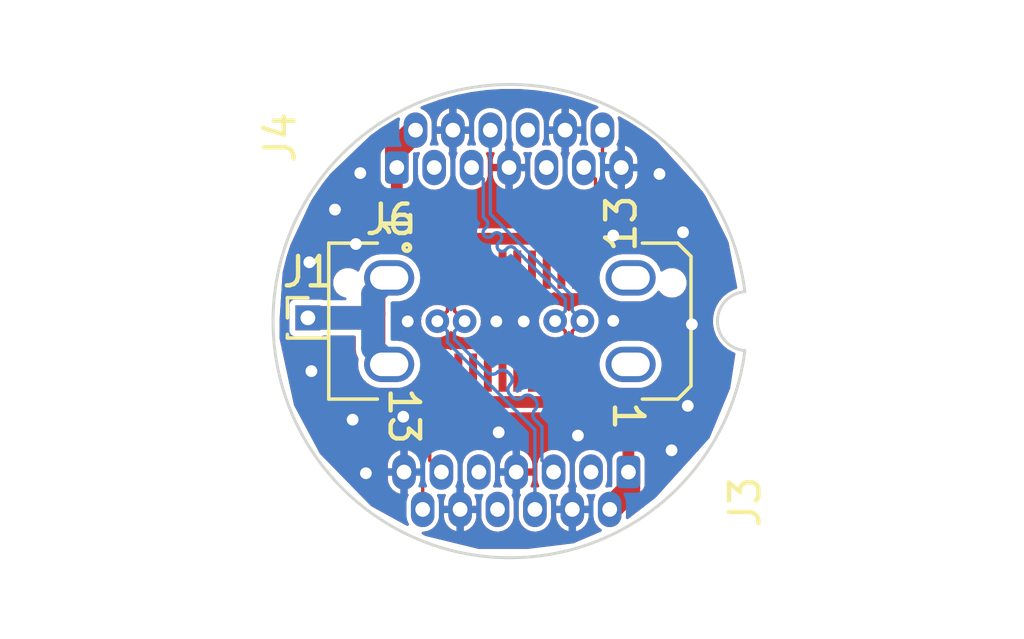
<source format=kicad_pcb>
(kicad_pcb (version 20211014) (generator pcbnew)
  (layers (0 "F.Cu" signal) (31 "B.Cu" signal) (34 "B.Paste" user) (35 "F.Paste" user) (36 "B.SilkS" user "B.Silkscreen") (37 "F.SilkS" user "F.Silkscreen") (38 "B.Mask" user) (39 "F.Mask" user) (44 "Edge.Cuts" user))
  (net 0 "")
  (net 1 "GND")
  (net 2 "RX1-")
  (net 3 "RX1+")
  (net 4 "TX1-")
  (net 5 "TX1+")
  (net 8 "VBUS")
  (net 9 "RX2-")
  (net 10 "RX2+")
  (net 11 "TX2-")
  (net 12 "TX2+")
  (net 17 "Net-(J1-Pad1)")
  (footprint "TypeC_Bulgin_PCB:ADT_13pin" (layer "F.Cu") (at 104.025 105.13 -90)
    (fp_text reference "J3" (at 1.02 -3.96 90) (layer "F.SilkS"))
    (fp_text value "Conn_01x13")
    (fp_text user "13" (at -1.905 7.62 -90 unlocked) (layer "F.SilkS"))
    (fp_text user "1" (at -1.905 0 -90 unlocked) (layer "F.SilkS"))
    (pad "1" thru_hole roundrect locked (at 0 0 270) (size 1.1 0.8) (drill 0.5) (layers *.Cu *.Mask) (roundrect_rratio 0.1923075) (net 8 "VBUS"))
    (pad "2" thru_hole oval locked (at 1.27 0.635 270) (size 1.2 0.8) (drill 0.5) (layers *.Cu *.Mask) (net 8 "VBUS"))
    (pad "3" thru_hole oval locked (at 0 1.27 270) (size 1.2 0.8) (drill 0.5) (layers *.Cu *.Mask))
    (pad "4" thru_hole oval locked (at 1.27 1.905 270) (size 1.2 0.8) (drill 0.5) (layers *.Cu *.Mask) (net 1 "GND"))
    (pad "5" thru_hole oval locked (at 0 2.54 270) (size 1.2 0.8) (drill 0.5) (layers *.Cu *.Mask) (net 5 "TX1+"))
    (pad "6" thru_hole oval locked (at 1.27 3.175 270) (size 1.2 0.8) (drill 0.5) (layers *.Cu *.Mask) (net 4 "TX1-"))
    (pad "7" thru_hole oval locked (at 0 3.81 270) (size 1.2 0.8) (drill 0.5) (layers *.Cu *.Mask) (net 1 "GND"))
    (pad "8" thru_hole oval locked (at 1.27 4.445 270) (size 1.2 0.8) (drill 0.5) (layers *.Cu *.Mask))
    (pad "9" thru_hole oval locked (at 0 5.08 270) (size 1.2 0.8) (drill 0.5) (layers *.Cu *.Mask))
    (pad "10" thru_hole oval locked (at 1.27 5.715 270) (size 1.2 0.8) (drill 0.5) (layers *.Cu *.Mask) (net 1 "GND"))
    (pad "11" thru_hole oval locked (at 0 6.35 270) (size 1.2 0.8) (drill 0.5) (layers *.Cu *.Mask) (net 2 "RX1-"))
    (pad "12" thru_hole oval locked (at 1.27 6.985 270) (size 1.2 0.8) (drill 0.5) (layers *.Cu *.Mask) (net 3 "RX1+"))
    (pad "13" thru_hole oval locked (at 0 7.62 270) (size 1.2 0.8) (drill 0.5) (layers *.Cu *.Mask) (net 1 "GND"))
  )
  (footprint "Connector_USB:USB_C_Receptacle_JAE_DX07S024WJ3R400" (layer "F.Cu") (at 100 100)
    (fp_text reference "J6" (at -4.05 -3.45) (layer "F.SilkS"))
    (fp_text value "USB_C_Receptacle")
    (fp_line (start -6.15 -2.65) (end -6.15 2.65) (layer "F.SilkS") (width 0.12))
    (fp_line (start 6.15 -2.2) (end 6.15 2.2) (layer "F.SilkS") (width 0.12))
    (fp_line (start 5.7 2.65) (end 6.15 2.2) (layer "F.SilkS") (width 0.12))
    (fp_line (start 5.7 -2.65) (end 6.15 -2.2) (layer "F.SilkS") (width 0.12))
    (fp_line (start 4.5 -2.65) (end 5.7 -2.65) (layer "F.SilkS") (width 0.12))
    (fp_line (start 4.5 2.65) (end 5.7 2.65) (layer "F.SilkS") (width 0.12))
    (fp_line (start -6.15 -2.65) (end -4.5 -2.65) (layer "F.SilkS") (width 0.12))
    (fp_line (start -6.15 2.65) (end -4.5 2.65) (layer "F.SilkS") (width 0.12))
    (fp_circle (center -3.5 -2.5) (end -3.388197 -2.5) (layer "F.SilkS") (width 0.15) (fill none))
    (pad "" np_thru_hole circle locked (at -5.5 -1.3) (size 0.6 0.6) (drill 0.6) (layers *.Cu *.Mask))
    (pad "" np_thru_hole circle locked (at 5.5 -1.3) (size 0.6 0.6) (drill 0.6) (layers *.Cu *.Mask))
    (pad "A1" smd rect locked (at -2.75 -1.75) (size 0.27 1.3) (layers "F.Cu" "F.Paste" "F.Mask") (net 1 "GND"))
    (pad "A2" smd rect locked (at -2.25 -1.75) (size 0.27 1.3) (layers "F.Cu" "F.Paste" "F.Mask") (net 4 "TX1-"))
    (pad "A3" smd rect locked (at -1.75 -1.75) (size 0.27 1.3) (layers "F.Cu" "F.Paste" "F.Mask") (net 5 "TX1+"))
    (pad "A4" smd rect locked (at -1.25 -1.75) (size 0.27 1.3) (layers "F.Cu" "F.Paste" "F.Mask") (net 8 "VBUS"))
    (pad "A5" smd rect locked (at -0.75 -1.75) (size 0.27 1.3) (layers "F.Cu" "F.Paste" "F.Mask"))
    (pad "A6" smd rect locked (at -0.25 -1.75) (size 0.27 1.3) (layers "F.Cu" "F.Paste" "F.Mask"))
    (pad "A7" smd rect locked (at 0.25 -1.75) (size 0.27 1.3) (layers "F.Cu" "F.Paste" "F.Mask"))
    (pad "A8" smd rect locked (at 0.75 -1.75) (size 0.27 1.3) (layers "F.Cu" "F.Paste" "F.Mask"))
    (pad "A9" smd rect locked (at 1.25 -1.75) (size 0.27 1.3) (layers "F.Cu" "F.Paste" "F.Mask") (net 8 "VBUS"))
    (pad "A10" smd rect locked (at 1.75 -1.75) (size 0.27 1.3) (layers "F.Cu" "F.Paste" "F.Mask") (net 9 "RX2-"))
    (pad "A11" smd rect locked (at 2.25 -1.75) (size 0.27 1.3) (layers "F.Cu" "F.Paste" "F.Mask") (net 10 "RX2+"))
    (pad "A12" smd rect locked (at 2.75 -1.75) (size 0.27 1.3) (layers "F.Cu" "F.Paste" "F.Mask") (net 1 "GND"))
    (pad "B1" smd rect locked (at 2.75 1.75) (size 0.27 1.3) (layers "F.Cu" "F.Paste" "F.Mask") (net 1 "GND"))
    (pad "B2" smd rect locked (at 2.25 1.75) (size 0.27 1.3) (layers "F.Cu" "F.Paste" "F.Mask") (net 11 "TX2-"))
    (pad "B3" smd rect locked (at 1.75 1.75) (size 0.27 1.3) (layers "F.Cu" "F.Paste" "F.Mask") (net 12 "TX2+"))
    (pad "B4" smd rect locked (at 1.25 1.75) (size 0.27 1.3) (layers "F.Cu" "F.Paste" "F.Mask") (net 8 "VBUS"))
    (pad "B5" smd rect locked (at 0.75 1.75) (size 0.27 1.3) (layers "F.Cu" "F.Paste" "F.Mask"))
    (pad "B6" smd rect locked (at 0.25 1.75) (size 0.27 1.3) (layers "F.Cu" "F.Paste" "F.Mask"))
    (pad "B7" smd rect locked (at -0.25 1.75) (size 0.27 1.3) (layers "F.Cu" "F.Paste" "F.Mask"))
    (pad "B8" smd rect locked (at -0.75 1.75) (size 0.27 1.3) (layers "F.Cu" "F.Paste" "F.Mask"))
    (pad "B9" smd rect locked (at -1.25 1.75) (size 0.27 1.3) (layers "F.Cu" "F.Paste" "F.Mask") (net 8 "VBUS"))
    (pad "B10" smd rect locked (at -1.75 1.75) (size 0.27 1.3) (layers "F.Cu" "F.Paste" "F.Mask") (net 2 "RX1-"))
    (pad "B11" smd rect locked (at -2.25 1.75) (size 0.27 1.3) (layers "F.Cu" "F.Paste" "F.Mask") (net 3 "RX1+"))
    (pad "B12" smd rect locked (at -2.75 1.75) (size 0.27 1.3) (layers "F.Cu" "F.Paste" "F.Mask") (net 1 "GND"))
    (pad "S1" thru_hole oval locked (at -4.1 -1.47 90) (size 1.2 1.7) (drill oval 0.8 1.3) (layers *.Cu *.Mask) (net 17 "Net-(J1-Pad1)"))
    (pad "S1" thru_hole oval locked (at 4.1 1.47 90) (size 1.2 1.7) (drill oval 0.8 1.3) (layers *.Cu *.Mask) (net 17 "Net-(J1-Pad1)"))
    (pad "S1" thru_hole oval locked (at 4.1 -1.47 90) (size 1.2 1.7) (drill oval 0.8 1.3) (layers *.Cu *.Mask) (net 17 "Net-(J1-Pad1)"))
    (pad "S1" thru_hole oval locked (at -4.1 1.47 90) (size 1.2 1.7) (drill oval 0.8 1.3) (layers *.Cu *.Mask) (net 17 "Net-(J1-Pad1)"))
  )
  (footprint "TypeC_Bulgin_PCB:ADT_13pin" (layer "F.Cu") (at 96.16 94.78 90)
    (fp_text reference "J4" (at 1.02 -3.96 90) (layer "F.SilkS"))
    (fp_text value "Conn_01x13")
    (fp_text user "1" (at -1.905 0 90 unlocked) (layer "F.SilkS"))
    (fp_text user "13" (at -1.905 7.62 90 unlocked) (layer "F.SilkS"))
    (pad "1" thru_hole roundrect locked (at 0 0 90) (size 1.1 0.8) (drill 0.5) (layers *.Cu *.Mask) (roundrect_rratio 0.1923075) (net 8 "VBUS"))
    (pad "2" thru_hole oval locked (at 1.27 0.635 90) (size 1.2 0.8) (drill 0.5) (layers *.Cu *.Mask) (net 8 "VBUS"))
    (pad "3" thru_hole oval locked (at 0 1.27 90) (size 1.2 0.8) (drill 0.5) (layers *.Cu *.Mask))
    (pad "4" thru_hole oval locked (at 1.27 1.905 90) (size 1.2 0.8) (drill 0.5) (layers *.Cu *.Mask) (net 1 "GND"))
    (pad "5" thru_hole oval locked (at 0 2.54 90) (size 1.2 0.8) (drill 0.5) (layers *.Cu *.Mask) (net 12 "TX2+"))
    (pad "6" thru_hole oval locked (at 1.27 3.175 90) (size 1.2 0.8) (drill 0.5) (layers *.Cu *.Mask) (net 11 "TX2-"))
    (pad "7" thru_hole oval locked (at 0 3.81 90) (size 1.2 0.8) (drill 0.5) (layers *.Cu *.Mask) (net 1 "GND"))
    (pad "8" thru_hole oval locked (at 1.27 4.445 90) (size 1.2 0.8) (drill 0.5) (layers *.Cu *.Mask))
    (pad "9" thru_hole oval locked (at 0 5.08 90) (size 1.2 0.8) (drill 0.5) (layers *.Cu *.Mask))
    (pad "10" thru_hole oval locked (at 1.27 5.715 90) (size 1.2 0.8) (drill 0.5) (layers *.Cu *.Mask) (net 1 "GND"))
    (pad "11" thru_hole oval locked (at 0 6.35 90) (size 1.2 0.8) (drill 0.5) (layers *.Cu *.Mask) (net 9 "RX2-"))
    (pad "12" thru_hole oval locked (at 1.27 6.985 90) (size 1.2 0.8) (drill 0.5) (layers *.Cu *.Mask) (net 10 "RX2+"))
    (pad "13" thru_hole oval locked (at 0 7.62 90) (size 1.2 0.8) (drill 0.5) (layers *.Cu *.Mask) (net 1 "GND"))
  )
  (footprint "Connector_PinHeader_1.00mm:PinHeader_1x01_P1.00mm_Vertical" (layer "F.Cu") (at 93.14 99.89)
    (fp_text reference "J1" (at 0 -1.56) (layer "F.SilkS"))
    (fp_text value "Conn_01x01_Female")
    (fp_line (start -0.695 0.685) (end -0.695 0.56) (layer "F.SilkS") (width 0.12))
    (fp_line (start -0.695 0) (end -0.695 -0.685) (layer "F.SilkS") (width 0.12))
    (fp_line (start -0.695 0.685) (end -0.608276 0.685) (layer "F.SilkS") (width 0.12))
    (fp_line (start 0.695 0.685) (end 0.695 0.56) (layer "F.SilkS") (width 0.12))
    (fp_line (start 0.608276 0.685) (end 0.695 0.685) (layer "F.SilkS") (width 0.12))
    (fp_line (start -0.695 0.685) (end 0.695 0.685) (layer "F.SilkS") (width 0.12))
    (fp_line (start -0.695 -0.685) (end 0 -0.685) (layer "F.SilkS") (width 0.12))
    (pad "1" thru_hole rect (at 0 0) (size 0.85 0.85) (drill 0.5) (layers *.Cu *.Mask) (net 17 "Net-(J1-Pad1)"))
  )
  (gr_arc (start 107.979999 101) (mid 91.957588 100.000038) (end 107.97999 98.999924) (layer "Edge.Cuts") (width 0.1))
  (gr_arc (start 107.979999 101) (mid 107.048829 99.999966) (end 107.97999 98.999924) (layer "Edge.Cuts") (width 0.1))
  (via (at 105.08 95) (size 0.8) (drill 0.4) (layers "F.Cu" "B.Cu") (net 1))
  (via (at 106.04 102.88) (size 0.8) (drill 0.4) (layers "F.Cu" "B.Cu") (net 1))
  (via (at 94.06 96.21) (size 0.8) (drill 0.4) (layers "F.Cu" "B.Cu") (net 1))
  (via (at 106.18 100.11) (size 0.8) (drill 0.4) (layers "F.Cu" "B.Cu") (net 1))
  (via (at 96.53 100.01) (size 0.8) (drill 0.4) (layers "F.Cu" "B.Cu") (net 1))
  (via (at 105.49 104.39) (size 0.8) (drill 0.4) (layers "F.Cu" "B.Cu") (net 1))
  (via (at 102.31 103.89) (size 0.8) (drill 0.4) (layers "F.Cu" "B.Cu") (net 1))
  (via (at 103.51 97.09) (size 0.8) (drill 0.4) (layers "F.Cu" "B.Cu") (net 1))
  (via (at 103.51 99.99) (size 0.8) (drill 0.4) (layers "F.Cu" "B.Cu") (net 1))
  (via (at 96.38 103.25) (size 0.8) (drill 0.4) (layers "F.Cu" "B.Cu") (net 1))
  (via (at 94.77 97.38) (size 0.8) (drill 0.4) (layers "F.Cu" "B.Cu") (net 1))
  (via (at 105.88 96.98) (size 0.8) (drill 0.4) (layers "F.Cu" "B.Cu") (net 1))
  (via (at 99.54 100.01) (size 0.8) (drill 0.4) (layers "F.Cu" "B.Cu") (net 1))
  (via (at 99.62 103.78) (size 0.8) (drill 0.4) (layers "F.Cu" "B.Cu") (net 1))
  (via (at 93.19 98) (size 0.8) (drill 0.4) (layers "F.Cu" "B.Cu") (net 1))
  (via (at 95.11 105.17) (size 0.8) (drill 0.4) (layers "F.Cu" "B.Cu") (net 1))
  (via (at 94.66 103.35) (size 0.8) (drill 0.4) (layers "F.Cu" "B.Cu") (net 1))
  (via (at 93.26 101.7) (size 0.8) (drill 0.4) (layers "F.Cu" "B.Cu") (net 1))
  (via (at 94.92 94.97) (size 0.8) (drill 0.4) (layers "F.Cu" "B.Cu") (net 1))
  (via (at 100.47 100.01) (size 0.8) (drill 0.4) (layers "F.Cu" "B.Cu") (net 1))
  (segment (start 98.1195 103.2725) (end 98.1195 103.3225) (width 0.112) (layer "F.Cu") (net 2))
  (segment (start 98.1195 103.6195) (end 98.013435 103.725565) (width 0.112) (layer "F.Cu") (net 2))
  (segment (start 98.013435 103.963153) (end 98.05869 104.008408) (width 0.112) (layer "F.Cu") (net 2))
  (segment (start 97.821104 104.245996) (end 97.821102 104.245997) (width 0.112) (layer "F.Cu") (net 2))
  (segment (start 98.25 102.34) (end 98.1195 102.4705) (width 0.112) (layer "F.Cu") (net 2))
  (segment (start 98.1195 103.3225) (end 98.1195 103.6195) (width 0.112) (layer "F.Cu") (net 2))
  (segment (start 97.279001 104.459999) (end 97.279001 104.734001) (width 0.112) (layer "F.Cu") (net 2))
  (segment (start 97.53826 104.200743) (end 97.538259 104.200742) (width 0.112) (layer "F.Cu") (net 2))
  (segment (start 97.279001 104.734001) (end 97.675 105.13) (width 0.112) (layer "F.Cu") (net 2))
  (segment (start 97.432193 104.306807) (end 97.279001 104.459999) (width 0.112) (layer "F.Cu") (net 2))
  (segment (start 98.1195 102.4705) (end 98.1195 102.6005) (width 0.112) (layer "F.Cu") (net 2))
  (segment (start 98.3515 103.1045) (end 98.2875 103.1045) (width 0.112) (layer "F.Cu") (net 2))
  (segment (start 98.25 101.75) (end 98.25 102.34) (width 0.112) (layer "F.Cu") (net 2))
  (segment (start 97.538259 104.200742) (end 97.432193 104.306807) (width 0.112) (layer "F.Cu") (net 2))
  (segment (start 97.821102 104.245997) (end 97.775848 104.200743) (width 0.112) (layer "F.Cu") (net 2))
  (segment (start 98.2875 102.7685) (end 98.3515 102.7685) (width 0.112) (layer "F.Cu") (net 2))
  (arc (start 98.05869 104.008408) (mid 98.107896 104.127202) (end 98.05869 104.245996) (width 0.112) (layer "F.Cu") (net 2))
  (arc (start 98.3515 102.7685) (mid 98.470294 102.817706) (end 98.5195 102.9365) (width 0.112) (layer "F.Cu") (net 2))
  (arc (start 98.05869 104.245996) (mid 97.939896 104.295203) (end 97.821104 104.245996) (width 0.112) (layer "F.Cu") (net 2))
  (arc (start 98.1195 102.6005) (mid 98.168706 102.719294) (end 98.2875 102.7685) (width 0.112) (layer "F.Cu") (net 2))
  (arc (start 98.013435 103.725565) (mid 97.964229 103.844359) (end 98.013435 103.963153) (width 0.112) (layer "F.Cu") (net 2))
  (arc (start 98.2875 103.1045) (mid 98.168706 103.153706) (end 98.1195 103.2725) (width 0.112) (layer "F.Cu") (net 2))
  (arc (start 98.5195 102.9365) (mid 98.470294 103.055294) (end 98.3515 103.1045) (width 0.112) (layer "F.Cu") (net 2))
  (arc (start 97.775848 104.200743) (mid 97.657054 104.151537) (end 97.53826 104.200743) (width 0.112) (layer "F.Cu") (net 2))
  (segment (start 97.04 104.361) (end 97.88 103.521) (width 0.112) (layer "F.Cu") (net 3))
  (segment (start 97.75 102.34) (end 97.75 101.75) (width 0.112) (layer "F.Cu") (net 3))
  (segment (start 97.04 106.4) (end 97.04 104.361) (width 0.112) (layer "F.Cu") (net 3))
  (segment (start 97.88 102.47) (end 97.75 102.34) (width 0.112) (layer "F.Cu") (net 3))
  (segment (start 97.88 103.521) (end 97.88 102.47) (width 0.112) (layer "F.Cu") (net 3))
  (segment (start 97.75 98.765) (end 97.8805 98.8955) (width 0.112) (layer "F.Cu") (net 4))
  (segment (start 97.8805 98.8955) (end 97.8805 99.65882) (width 0.112) (layer "F.Cu") (net 4))
  (segment (start 97.8805 99.65882) (end 97.5365 100.00282) (width 0.112) (layer "F.Cu") (net 4))
  (segment (start 97.75 98.25) (end 97.75 98.765) (width 0.112) (layer "F.Cu") (net 4))
  (via (at 97.5365 100.00282) (size 0.8) (drill 0.4) (layers "F.Cu" "B.Cu") (net 4))
  (segment (start 97.5365 100.00282) (end 97.8805 100.34682) (width 0.112) (layer "B.Cu") (net 4))
  (segment (start 97.8805 100.7195) (end 100.85 103.689) (width 0.112) (layer "B.Cu") (net 4))
  (segment (start 100.85 103.689) (end 100.85 106.4) (width 0.112) (layer "B.Cu") (net 4))
  (segment (start 97.8805 100.34682) (end 97.8805 100.7195) (width 0.112) (layer "B.Cu") (net 4))
  (segment (start 98.1195 99.65882) (end 98.4635 100.00282) (width 0.112) (layer "F.Cu") (net 5))
  (segment (start 98.1195 98.8955) (end 98.1195 99.65882) (width 0.112) (layer "F.Cu") (net 5))
  (segment (start 98.25 98.25) (end 98.25 98.765) (width 0.112) (layer "F.Cu") (net 5))
  (segment (start 98.25 98.765) (end 98.1195 98.8955) (width 0.112) (layer "F.Cu") (net 5))
  (via (at 98.4635 100.00282) (size 0.8) (drill 0.4) (layers "F.Cu" "B.Cu") (net 5))
  (segment (start 100.082976 102.583976) (end 100.005971 102.506971) (width 0.112) (layer "B.Cu") (net 5))
  (segment (start 100.430236 102.583975) (end 100.430235 102.583976) (width 0.112) (layer "B.Cu") (net 5))
  (segment (start 101.485 105.13) (end 101.089001 104.734001) (width 0.112) (layer "B.Cu") (net 5))
  (segment (start 100.854499 103.008243) (end 100.8545 103.008242) (width 0.112) (layer "B.Cu") (net 5))
  (segment (start 100.005971 102.159713) (end 100.005971 102.159712) (width 0.112) (layer "B.Cu") (net 5))
  (segment (start 101.089001 104.734001) (end 101.089001 103.590001) (width 0.112) (layer "B.Cu") (net 5))
  (segment (start 99.581706 101.735447) (end 99.581705 101.735447) (width 0.112) (layer "B.Cu") (net 5))
  (segment (start 99.234448 101.735448) (end 99.234447 101.735447) (width 0.112) (layer "B.Cu") (net 5))
  (segment (start 100.005971 101.812454) (end 99.928964 101.735447) (width 0.112) (layer "B.Cu") (net 5))
  (segment (start 98.1195 100.6205) (end 98.1195 100.34682) (width 0.112) (layer "B.Cu") (net 5))
  (segment (start 100.430235 102.583976) (end 100.430234 102.583976) (width 0.112) (layer "B.Cu") (net 5))
  (segment (start 100.8545 102.660983) (end 100.777493 102.583976) (width 0.112) (layer "B.Cu") (net 5))
  (segment (start 100.854501 102.660984) (end 100.8545 102.660983) (width 0.112) (layer "B.Cu") (net 5))
  (segment (start 100.8545 103.008242) (end 100.8545 103.008241) (width 0.112) (layer "B.Cu") (net 5))
  (segment (start 100.00597 102.159714) (end 100.005971 102.159713) (width 0.112) (layer "B.Cu") (net 5))
  (segment (start 98.1195 100.34682) (end 98.4635 100.00282) (width 0.112) (layer "B.Cu") (net 5))
  (segment (start 99.234447 101.735447) (end 98.1195 100.6205) (width 0.112) (layer "B.Cu") (net 5))
  (segment (start 100.082977 102.583977) (end 100.082976 102.583976) (width 0.112) (layer "B.Cu") (net 5))
  (segment (start 99.581707 101.735446) (end 99.581706 101.735447) (width 0.112) (layer "B.Cu") (net 5))
  (segment (start 101.089001 103.590001) (end 100.8545 103.3555) (width 0.112) (layer "B.Cu") (net 5))
  (segment (start 100.005972 101.812455) (end 100.005971 101.812454) (width 0.112) (layer "B.Cu") (net 5))
  (arc (start 100.8545 103.3555) (mid 100.78258 103.181872) (end 100.854499 103.008243) (width 0.112) (layer "B.Cu") (net 5))
  (arc (start 100.430234 102.583976) (mid 100.256606 102.655896) (end 100.082977 102.583977) (width 0.112) (layer "B.Cu") (net 5))
  (arc (start 99.581705 101.735447) (mid 99.408077 101.807367) (end 99.234448 101.735448) (width 0.112) (layer "B.Cu") (net 5))
  (arc (start 99.928964 101.735447) (mid 99.755336 101.663527) (end 99.581707 101.735446) (width 0.112) (layer "B.Cu") (net 5))
  (arc (start 100.8545 103.008241) (mid 100.92642 102.834613) (end 100.854501 102.660984) (width 0.112) (layer "B.Cu") (net 5))
  (arc (start 100.005971 102.159712) (mid 100.077891 101.986084) (end 100.005972 101.812455) (width 0.112) (layer "B.Cu") (net 5))
  (arc (start 100.777493 102.583976) (mid 100.603865 102.512056) (end 100.430236 102.583975) (width 0.112) (layer "B.Cu") (net 5))
  (arc (start 100.005971 102.506971) (mid 99.934051 102.333343) (end 100.00597 102.159714) (width 0.112) (layer "B.Cu") (net 5))
  (segment (start 101.25 97.39) (end 101.06 97.2) (width 0.25) (layer "F.Cu") (net 8))
  (segment (start 96.16 94.78) (end 96.16 95.85) (width 0.4) (layer "F.Cu") (net 8))
  (segment (start 104.025 105.765) (end 104.025 105.13) (width 0.8) (layer "F.Cu") (net 8))
  (segment (start 96.16 95.85) (end 97.51 97.2) (width 0.4) (layer "F.Cu") (net 8))
  (segment (start 98.75 101.75) (end 98.75 102.48) (width 0.25) (layer "F.Cu") (net 8))
  (segment (start 97.51 97.2) (end 98.93 97.2) (width 0.4) (layer "F.Cu") (net 8))
  (segment (start 98.93 97.2) (end 98.75 97.38) (width 0.25) (layer "F.Cu") (net 8))
  (segment (start 101.19 102.75) (end 102.62 102.75) (width 0.4) (layer "F.Cu") (net 8))
  (segment (start 103.39 106.4) (end 104.025 105.765) (width 0.8) (layer "F.Cu") (net 8))
  (segment (start 104.025 104.155) (end 102.62 102.75) (width 0.4) (layer "F.Cu") (net 8))
  (segment (start 101.25 98.25) (end 101.25 97.39) (width 0.25) (layer "F.Cu") (net 8))
  (segment (start 98.75 102.48) (end 98.99 102.72) (width 0.25) (layer "F.Cu") (net 8))
  (segment (start 98.93 97.2) (end 101.06 97.2) (width 0.4) (layer "F.Cu") (net 8))
  (segment (start 98.99 102.72) (end 99.02 102.75) (width 0.4) (layer "F.Cu") (net 8))
  (segment (start 104.025 105.13) (end 104.025 104.155) (width 0.4) (layer "F.Cu") (net 8))
  (segment (start 96.16 94.145) (end 96.16 94.78) (width 0.8) (layer "F.Cu") (net 8))
  (segment (start 98.75 97.38) (end 98.75 98.25) (width 0.25) (layer "F.Cu") (net 8))
  (segment (start 96.795 93.51) (end 96.16 94.145) (width 0.8) (layer "F.Cu") (net 8))
  (segment (start 99.02 102.75) (end 101.19 102.75) (width 0.4) (layer "F.Cu") (net 8))
  (segment (start 101.25 101.75) (end 101.25 102.69) (width 0.25) (layer "F.Cu") (net 8))
  (segment (start 101.25 102.69) (end 101.19 102.75) (width 0.25) (layer "F.Cu") (net 8))
  (segment (start 102.905999 95.175999) (end 102.51 94.78) (width 0.112) (layer "F.Cu") (net 9))
  (segment (start 102.355678 96.685191) (end 102.355677 96.68519) (width 0.112) (layer "F.Cu") (net 9))
  (segment (start 102.355677 96.68519) (end 102.355677 96.685189) (width 0.112) (layer "F.Cu") (net 9))
  (segment (start 102.072835 96.639936) (end 102.11809 96.685191) (width 0.112) (layer "F.Cu") (net 9))
  (segment (start 101.8805 96.92278) (end 101.880501 96.922778) (width 0.112) (layer "F.Cu") (net 9))
  (segment (start 102.548012 96.164759) (end 102.593267 96.210014) (width 0.112) (layer "F.Cu") (net 9))
  (segment (start 102.355678 96.447601) (end 102.310424 96.402347) (width 0.112) (layer "F.Cu") (net 9))
  (segment (start 102.830855 96.210014) (end 102.830854 96.210013) (width 0.112) (layer "F.Cu") (net 9))
  (segment (start 101.75 97.735) (end 101.8805 97.6045) (width 0.112) (layer "F.Cu") (net 9))
  (segment (start 102.905999 96.134867) (end 102.905999 95.175999) (width 0.112) (layer "F.Cu") (net 9))
  (segment (start 101.8805 97.6045) (end 101.8805 97.160366) (width 0.112) (layer "F.Cu") (net 9))
  (segment (start 102.355677 96.447603) (end 102.355678 96.447601) (width 0.112) (layer "F.Cu") (net 9))
  (segment (start 102.830854 96.210013) (end 102.905999 96.134867) (width 0.112) (layer "F.Cu") (net 9))
  (segment (start 101.75 98.25) (end 101.75 97.735) (width 0.112) (layer "F.Cu") (net 9))
  (segment (start 101.880501 96.922778) (end 101.835247 96.877524) (width 0.112) (layer "F.Cu") (net 9))
  (arc (start 102.11809 96.685191) (mid 102.236884 96.734397) (end 102.355678 96.685191) (width 0.112) (layer "F.Cu") (net 9))
  (arc (start 101.835247 96.877524) (mid 101.786041 96.75873) (end 101.835247 96.639936) (width 0.112) (layer "F.Cu") (net 9))
  (arc (start 102.593267 96.210014) (mid 102.712061 96.25922) (end 102.830855 96.210014) (width 0.112) (layer "F.Cu") (net 9))
  (arc (start 102.310424 96.402347) (mid 102.261218 96.283553) (end 102.310424 96.164759) (width 0.112) (layer "F.Cu") (net 9))
  (arc (start 101.835247 96.639936) (mid 101.954041 96.59073) (end 102.072835 96.639936) (width 0.112) (layer "F.Cu") (net 9))
  (arc (start 101.8805 97.160366) (mid 101.929707 97.041572) (end 101.8805 96.92278) (width 0.112) (layer "F.Cu") (net 9))
  (arc (start 102.355677 96.685189) (mid 102.404884 96.566395) (end 102.355677 96.447603) (width 0.112) (layer "F.Cu") (net 9))
  (arc (start 102.310424 96.164759) (mid 102.429218 96.115553) (end 102.548012 96.164759) (width 0.112) (layer "F.Cu") (net 9))
  (segment (start 102.25 97.735) (end 102.1195 97.6045) (width 0.112) (layer "F.Cu") (net 10))
  (segment (start 103.145 96.195) (end 103.145 93.51) (width 0.112) (layer "F.Cu") (net 10))
  (segment (start 102.25 98.25) (end 102.25 97.735) (width 0.112) (layer "F.Cu") (net 10))
  (segment (start 102.1195 97.6045) (end 102.1195 97.2205) (width 0.112) (layer "F.Cu") (net 10))
  (segment (start 102.1195 97.2205) (end 103.145 96.195) (width 0.112) (layer "F.Cu") (net 10))
  (segment (start 102.25 101.75) (end 102.25 101.235) (width 0.112) (layer "F.Cu") (net 11))
  (segment (start 102.1195 100.34099) (end 102.4635 99.99699) (width 0.112) (layer "F.Cu") (net 11))
  (segment (start 102.25 101.235) (end 102.1195 101.1045) (width 0.112) (layer "F.Cu") (net 11))
  (segment (start 102.1195 101.1045) (end 102.1195 100.34099) (width 0.112) (layer "F.Cu") (net 11))
  (via (at 102.4635 99.99699) (size 0.8) (drill 0.4) (layers "F.Cu" "B.Cu") (net 11))
  (segment (start 102.4635 99.99699) (end 102.1195 99.65299) (width 0.112) (layer "B.Cu") (net 11))
  (segment (start 102.1195 99.1505) (end 99.335 96.366) (width 0.112) (layer "B.Cu") (net 11))
  (segment (start 99.335 96.366) (end 99.335 93.51) (width 0.112) (layer "B.Cu") (net 11))
  (segment (start 102.1195 99.65299) (end 102.1195 99.1505) (width 0.112) (layer "B.Cu") (net 11))
  (segment (start 101.75 101.75) (end 101.75 101.235) (width 0.112) (layer "F.Cu") (net 12))
  (segment (start 101.8805 101.1045) (end 101.8805 100.34099) (width 0.112) (layer "F.Cu") (net 12))
  (segment (start 101.8805 100.34099) (end 101.5365 99.99699) (width 0.112) (layer "F.Cu") (net 12))
  (segment (start 101.75 101.235) (end 101.8805 101.1045) (width 0.112) (layer "F.Cu") (net 12))
  (via (at 101.5365 99.99699) (size 0.8) (drill 0.4) (layers "F.Cu" "B.Cu") (net 12))
  (segment (start 98.7 94.78) (end 99.095999 95.175999) (width 0.112) (layer "B.Cu") (net 12))
  (segment (start 99.200499 96.807087) (end 99.2005 96.807087) (width 0.112) (layer "B.Cu") (net 12))
  (segment (start 99.675675 97.282262) (end 99.615778 97.342158) (width 0.112) (layer "B.Cu") (net 12))
  (segment (start 100.150849 97.519849) (end 100.15085 97.51985) (width 0.112) (layer "B.Cu") (net 12))
  (segment (start 99.37819 97.104571) (end 99.438086 97.044674) (width 0.112) (layer "B.Cu") (net 12))
  (segment (start 99.2005 96.807087) (end 99.140603 96.866983) (width 0.112) (layer "B.Cu") (net 12))
  (segment (start 99.37819 97.10457) (end 99.37819 97.104571) (width 0.112) (layer "B.Cu") (net 12))
  (segment (start 99.853365 97.579745) (end 99.853365 97.579746) (width 0.112) (layer "B.Cu") (net 12))
  (segment (start 99.675674 97.044674) (end 99.675675 97.044675) (width 0.112) (layer "B.Cu") (net 12))
  (segment (start 99.095999 95.175999) (end 99.095999 96.464999) (width 0.112) (layer "B.Cu") (net 12))
  (segment (start 100.15085 97.51985) (end 101.8805 99.2495) (width 0.112) (layer "B.Cu") (net 12))
  (segment (start 99.095999 96.464999) (end 99.2005 96.5695) (width 0.112) (layer "B.Cu") (net 12))
  (segment (start 99.675674 97.282262) (end 99.675675 97.282262) (width 0.112) (layer "B.Cu") (net 12))
  (segment (start 101.8805 99.2495) (end 101.8805 99.65299) (width 0.112) (layer "B.Cu") (net 12))
  (segment (start 101.8805 99.65299) (end 101.5365 99.99699) (width 0.112) (layer "B.Cu") (net 12))
  (segment (start 99.853365 97.579746) (end 99.913261 97.519849) (width 0.112) (layer "B.Cu") (net 12))
  (arc (start 99.615778 97.579746) (mid 99.734572 97.628951) (end 99.853365 97.579745) (width 0.112) (layer "B.Cu") (net 12))
  (arc (start 99.438086 97.044674) (mid 99.55688 96.995468) (end 99.675674 97.044674) (width 0.112) (layer "B.Cu") (net 12))
  (arc (start 99.140603 96.866983) (mid 99.091397 96.985777) (end 99.140603 97.104571) (width 0.112) (layer "B.Cu") (net 12))
  (arc (start 99.2005 96.5695) (mid 99.249705 96.688294) (end 99.200499 96.807087) (width 0.112) (layer "B.Cu") (net 12))
  (arc (start 99.140603 97.104571) (mid 99.259397 97.153776) (end 99.37819 97.10457) (width 0.112) (layer "B.Cu") (net 12))
  (arc (start 99.913261 97.519849) (mid 100.032055 97.470643) (end 100.150849 97.519849) (width 0.112) (layer "B.Cu") (net 12))
  (arc (start 99.615778 97.342158) (mid 99.566572 97.460952) (end 99.615778 97.579746) (width 0.112) (layer "B.Cu") (net 12))
  (arc (start 99.675675 97.044675) (mid 99.72488 97.163469) (end 99.675674 97.282262) (width 0.112) (layer "B.Cu") (net 12))
  (segment (start 95.37 100.94) (end 95.9 101.47) (width 0.8) (layer "F.Cu") (net 17))
  (segment (start 95.24 99.89) (end 95.37 99.76) (width 0.8) (layer "F.Cu") (net 17))
  (segment (start 93.14 99.89) (end 95.24 99.89) (width 0.8) (layer "F.Cu") (net 17))
  (segment (start 95.37 99.76) (end 95.37 100.94) (width 0.8) (layer "F.Cu") (net 17))
  (segment (start 95.9 98.53) (end 95.37 99.06) (width 0.8) (layer "F.Cu") (net 17))
  (segment (start 95.37 99.06) (end 95.37 99.76) (width 0.8) (layer "F.Cu") (net 17))
  (segment (start 95.35 100.92) (end 95.9 101.47) (width 0.8) (layer "B.Cu") (net 17))
  (segment (start 95.35 99.08) (end 95.35 99.78) (width 0.8) (layer "B.Cu") (net 17))
  (segment (start 95.9 98.53) (end 95.35 99.08) (width 0.8) (layer "B.Cu") (net 17))
  (segment (start 95.24 99.89) (end 93.14 99.89) (width 0.8) (layer "B.Cu") (net 17))
  (segment (start 95.35 99.78) (end 95.35 100.92) (width 0.8) (layer "B.Cu") (net 17))
  (segment (start 95.35 99.78) (end 95.24 99.89) (width 0.8) (layer "B.Cu") (net 17))
  (zone (net 1) (net_name "GND") (layers F&B.Cu) (connect_pads (clearance 0.15)) (min_thickness 0.1) (fill yes (thermal_gap 0.15) (thermal_bridge_width 0.25))
    (polygon (pts (xy 102.61 92.43) (xy 104.7 93.56) (xy 106.61 95.67) (xy 107.42 97.3) (xy 107.78 99.17) (xy 107.74 100.57) (xy 107.48 102.28) (xy 106.78 103.97) (xy 104.95 106) (xy 103.9 106.81) (xy 102.16 107.55) (xy 100.62 107.74) (xy 98.93 107.74) (xy 97.13 107.3) (xy 95.29 106.29) (xy 93.55 104.51) (xy 92.67 102.86) (xy 92.18 100.59) (xy 92.18 99.95) (xy 92.31 97.92) (xy 93.49 95.39) (xy 95.86 93.12) (xy 97.47 92.31) (xy 100.08 92.01)))
  )
)
</source>
